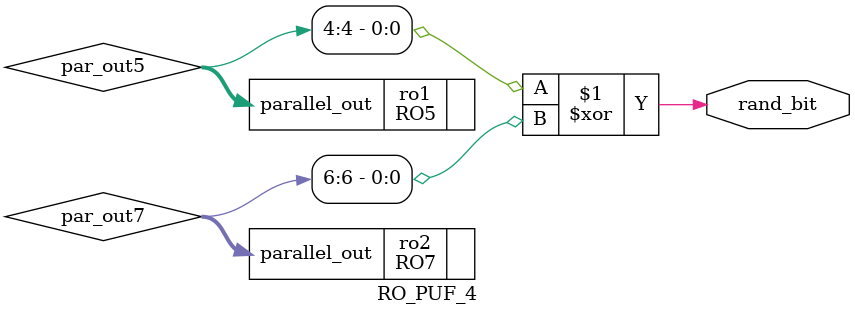
<source format=sv>

module RO_PUF_4(
    output rand_bit
    );

    // Internal wires
    wire [4:0] par_out5;
    wire [6:0] par_out7;
    

    // Ring oscillators 5
    RO5 ro1(
        .parallel_out       (par_out5)
    );

    // Ring oscillators 7
    RO7 ro2(
        .parallel_out       (par_out7)
    );

    // XOR outputs together to create random bit
    assign rand_bit = par_out5[4] ^ par_out7[6];

endmodule

</source>
